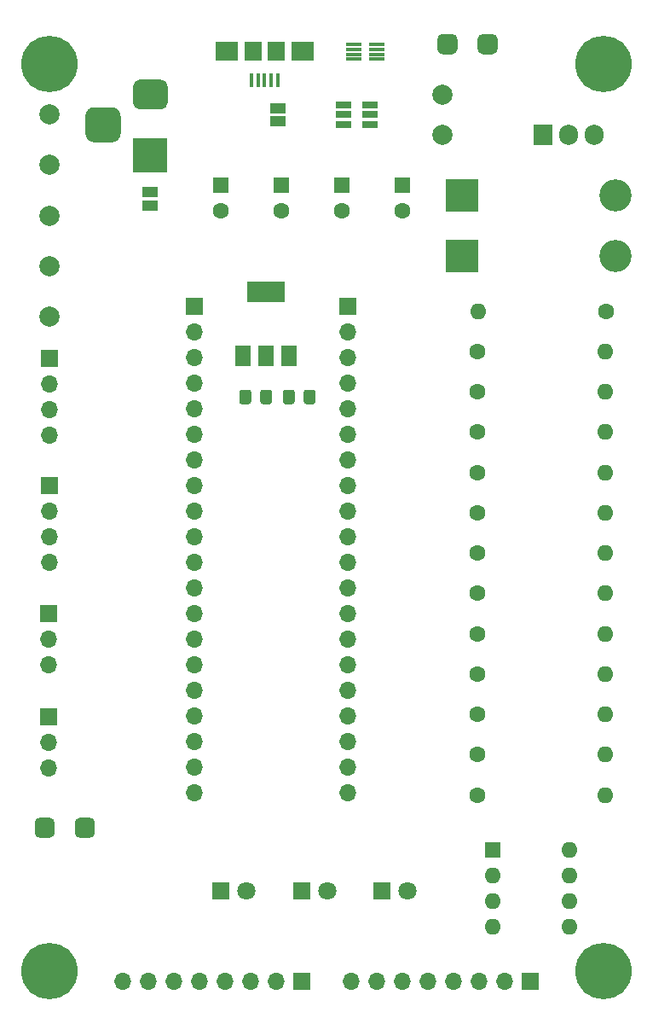
<source format=gbr>
%TF.GenerationSoftware,KiCad,Pcbnew,5.1.10-88a1d61d58~90~ubuntu20.04.1*%
%TF.CreationDate,2021-09-30T19:26:00-03:00*%
%TF.ProjectId,project,70726f6a-6563-4742-9e6b-696361645f70,v1.5*%
%TF.SameCoordinates,Original*%
%TF.FileFunction,Soldermask,Top*%
%TF.FilePolarity,Negative*%
%FSLAX46Y46*%
G04 Gerber Fmt 4.6, Leading zero omitted, Abs format (unit mm)*
G04 Created by KiCad (PCBNEW 5.1.10-88a1d61d58~90~ubuntu20.04.1) date 2021-09-30 19:26:00*
%MOMM*%
%LPD*%
G01*
G04 APERTURE LIST*
%ADD10R,1.500000X2.000000*%
%ADD11R,3.800000X2.000000*%
%ADD12C,2.000000*%
%ADD13O,1.700000X1.700000*%
%ADD14R,1.700000X1.700000*%
%ADD15O,1.600000X1.600000*%
%ADD16R,1.600000X1.600000*%
%ADD17O,3.200000X3.200000*%
%ADD18R,3.200000X3.200000*%
%ADD19R,0.400000X1.400000*%
%ADD20R,2.300000X1.900000*%
%ADD21R,1.800000X1.900000*%
%ADD22C,1.600000*%
%ADD23O,1.905000X2.000000*%
%ADD24R,1.905000X2.000000*%
%ADD25C,1.800000*%
%ADD26R,1.800000X1.800000*%
%ADD27R,3.500000X3.500000*%
%ADD28R,1.500000X0.300000*%
%ADD29R,1.560000X0.650000*%
%ADD30R,1.500000X1.000000*%
%ADD31C,5.600000*%
%ADD32C,3.600000*%
G04 APERTURE END LIST*
%TO.C,C2*%
G36*
G01*
X125237500Y-88475000D02*
X125237500Y-87525000D01*
G75*
G02*
X125487500Y-87275000I250000J0D01*
G01*
X126162500Y-87275000D01*
G75*
G02*
X126412500Y-87525000I0J-250000D01*
G01*
X126412500Y-88475000D01*
G75*
G02*
X126162500Y-88725000I-250000J0D01*
G01*
X125487500Y-88725000D01*
G75*
G02*
X125237500Y-88475000I0J250000D01*
G01*
G37*
G36*
G01*
X123162500Y-88475000D02*
X123162500Y-87525000D01*
G75*
G02*
X123412500Y-87275000I250000J0D01*
G01*
X124087500Y-87275000D01*
G75*
G02*
X124337500Y-87525000I0J-250000D01*
G01*
X124337500Y-88475000D01*
G75*
G02*
X124087500Y-88725000I-250000J0D01*
G01*
X123412500Y-88725000D01*
G75*
G02*
X123162500Y-88475000I0J250000D01*
G01*
G37*
%TD*%
D10*
%TO.C,U3*%
X119200000Y-83900000D03*
X123800000Y-83900000D03*
X121500000Y-83900000D03*
D11*
X121500000Y-77600000D03*
%TD*%
%TO.C,C3*%
G36*
G01*
X120012500Y-87525000D02*
X120012500Y-88475000D01*
G75*
G02*
X119762500Y-88725000I-250000J0D01*
G01*
X119087500Y-88725000D01*
G75*
G02*
X118837500Y-88475000I0J250000D01*
G01*
X118837500Y-87525000D01*
G75*
G02*
X119087500Y-87275000I250000J0D01*
G01*
X119762500Y-87275000D01*
G75*
G02*
X120012500Y-87525000I0J-250000D01*
G01*
G37*
G36*
G01*
X122087500Y-87525000D02*
X122087500Y-88475000D01*
G75*
G02*
X121837500Y-88725000I-250000J0D01*
G01*
X121162500Y-88725000D01*
G75*
G02*
X120912500Y-88475000I0J250000D01*
G01*
X120912500Y-87525000D01*
G75*
G02*
X121162500Y-87275000I250000J0D01*
G01*
X121837500Y-87275000D01*
G75*
G02*
X122087500Y-87525000I0J-250000D01*
G01*
G37*
%TD*%
%TO.C,BZ1*%
G36*
G01*
X100500000Y-130250000D02*
X100500000Y-131250000D01*
G75*
G02*
X100000000Y-131750000I-500000J0D01*
G01*
X99000000Y-131750000D01*
G75*
G02*
X98500000Y-131250000I0J500000D01*
G01*
X98500000Y-130250000D01*
G75*
G02*
X99000000Y-129750000I500000J0D01*
G01*
X100000000Y-129750000D01*
G75*
G02*
X100500000Y-130250000I0J-500000D01*
G01*
G37*
G36*
G01*
X104500000Y-130250000D02*
X104500000Y-131250000D01*
G75*
G02*
X104000000Y-131750000I-500000J0D01*
G01*
X103000000Y-131750000D01*
G75*
G02*
X102500000Y-131250000I0J500000D01*
G01*
X102500000Y-130250000D01*
G75*
G02*
X103000000Y-129750000I500000J0D01*
G01*
X104000000Y-129750000D01*
G75*
G02*
X104500000Y-130250000I0J-500000D01*
G01*
G37*
%TD*%
%TO.C,BT1*%
G36*
G01*
X142500000Y-53500000D02*
X142500000Y-52500000D01*
G75*
G02*
X143000000Y-52000000I500000J0D01*
G01*
X144000000Y-52000000D01*
G75*
G02*
X144500000Y-52500000I0J-500000D01*
G01*
X144500000Y-53500000D01*
G75*
G02*
X144000000Y-54000000I-500000J0D01*
G01*
X143000000Y-54000000D01*
G75*
G02*
X142500000Y-53500000I0J500000D01*
G01*
G37*
G36*
G01*
X138500000Y-53500000D02*
X138500000Y-52500000D01*
G75*
G02*
X139000000Y-52000000I500000J0D01*
G01*
X140000000Y-52000000D01*
G75*
G02*
X140500000Y-52500000I0J-500000D01*
G01*
X140500000Y-53500000D01*
G75*
G02*
X140000000Y-54000000I-500000J0D01*
G01*
X139000000Y-54000000D01*
G75*
G02*
X138500000Y-53500000I0J500000D01*
G01*
G37*
%TD*%
D12*
%TO.C,TP1*%
X100000000Y-75000000D03*
%TD*%
D13*
%TO.C,U5*%
X129620000Y-119640000D03*
X129620000Y-122180000D03*
X129620000Y-124720000D03*
X129620000Y-127260000D03*
X129620000Y-94240000D03*
X129620000Y-84080000D03*
D14*
X129620000Y-79000000D03*
D13*
X129620000Y-86620000D03*
X129620000Y-99320000D03*
X129620000Y-109480000D03*
X129620000Y-112020000D03*
X129620000Y-114560000D03*
X129620000Y-117100000D03*
X129620000Y-91700000D03*
X129620000Y-96780000D03*
X129620000Y-101860000D03*
X129620000Y-89160000D03*
X129620000Y-104400000D03*
X129620000Y-106940000D03*
X129620000Y-81540000D03*
X114380000Y-119640000D03*
X114380000Y-122180000D03*
X114380000Y-124720000D03*
X114380000Y-127260000D03*
X114380000Y-94240000D03*
X114380000Y-84080000D03*
D14*
X114380000Y-79000000D03*
D13*
X114380000Y-86620000D03*
X114380000Y-99320000D03*
X114380000Y-109480000D03*
X114380000Y-112020000D03*
X114380000Y-114560000D03*
X114380000Y-117100000D03*
X114380000Y-91700000D03*
X114380000Y-96780000D03*
X114380000Y-101860000D03*
X114380000Y-89160000D03*
X114380000Y-104400000D03*
X114380000Y-106940000D03*
X114380000Y-81540000D03*
%TD*%
D15*
%TO.C,U1*%
X151620000Y-132920000D03*
X144000000Y-140540000D03*
X151620000Y-135460000D03*
X144000000Y-138000000D03*
X151620000Y-138000000D03*
X144000000Y-135460000D03*
X151620000Y-140540000D03*
D16*
X144000000Y-132920000D03*
%TD*%
D17*
%TO.C,D4*%
X156240000Y-68000000D03*
D18*
X141000000Y-68000000D03*
%TD*%
D17*
%TO.C,D3*%
X156240000Y-74000000D03*
D18*
X141000000Y-74000000D03*
%TD*%
D19*
%TO.C,J8*%
X122650000Y-56550000D03*
X122000000Y-56550000D03*
X121350000Y-56550000D03*
X120700000Y-56550000D03*
X120050000Y-56550000D03*
D20*
X125100000Y-53700000D03*
X117600000Y-53700000D03*
D21*
X122500000Y-53700000D03*
X120200000Y-53700000D03*
%TD*%
D15*
%TO.C,R5*%
X155200000Y-127500000D03*
D22*
X142500000Y-127500000D03*
%TD*%
D15*
%TO.C,R2*%
X155200000Y-123500000D03*
D22*
X142500000Y-123500000D03*
%TD*%
D15*
%TO.C,R12*%
X155200000Y-87500000D03*
D22*
X142500000Y-87500000D03*
%TD*%
D15*
%TO.C,R11*%
X155200000Y-91500000D03*
D22*
X142500000Y-91500000D03*
%TD*%
D15*
%TO.C,R8*%
X155200000Y-103500000D03*
D22*
X142500000Y-103500000D03*
%TD*%
D15*
%TO.C,R7*%
X155200000Y-119500000D03*
D22*
X142500000Y-119500000D03*
%TD*%
D15*
%TO.C,R13*%
X155200000Y-83500000D03*
D22*
X142500000Y-83500000D03*
%TD*%
D15*
%TO.C,R4*%
X155200000Y-107500000D03*
D22*
X142500000Y-107500000D03*
%TD*%
D15*
%TO.C,R3*%
X155200000Y-111500000D03*
D22*
X142500000Y-111500000D03*
%TD*%
D15*
%TO.C,R10*%
X155200000Y-95500000D03*
D22*
X142500000Y-95500000D03*
%TD*%
D15*
%TO.C,R9*%
X142550000Y-79500000D03*
D22*
X155250000Y-79500000D03*
%TD*%
D15*
%TO.C,R6*%
X155200000Y-115500000D03*
D22*
X142500000Y-115500000D03*
%TD*%
D15*
%TO.C,R1*%
X155200000Y-99500000D03*
D22*
X142500000Y-99500000D03*
%TD*%
%TO.C,C6*%
X135000000Y-69500000D03*
D16*
X135000000Y-67000000D03*
%TD*%
D22*
%TO.C,C5*%
X129000000Y-69500000D03*
D16*
X129000000Y-67000000D03*
%TD*%
D22*
%TO.C,C4*%
X123000000Y-69500000D03*
D16*
X123000000Y-67000000D03*
%TD*%
D22*
%TO.C,C1*%
X117000000Y-69500000D03*
D16*
X117000000Y-67000000D03*
%TD*%
D13*
%TO.C,J3*%
X99859000Y-124834000D03*
X99859000Y-122294000D03*
D14*
X99859000Y-119754000D03*
%TD*%
D13*
%TO.C,J2*%
X99876000Y-114534000D03*
X99876000Y-111994000D03*
D14*
X99876000Y-109454000D03*
%TD*%
D13*
%TO.C,J6*%
X99949000Y-104394000D03*
X99949000Y-101854000D03*
X99949000Y-99314000D03*
D14*
X99949000Y-96774000D03*
%TD*%
D13*
%TO.C,J5*%
X100000000Y-91821000D03*
X100000000Y-89281000D03*
X100000000Y-86741000D03*
D14*
X100000000Y-84201000D03*
%TD*%
D23*
%TO.C,Q1*%
X154080000Y-62000000D03*
X151540000Y-62000000D03*
D24*
X149000000Y-62000000D03*
%TD*%
D12*
%TO.C,TP5*%
X100000000Y-80000000D03*
%TD*%
%TO.C,TP4*%
X100000000Y-70000000D03*
%TD*%
%TO.C,TP3*%
X100000000Y-65000000D03*
%TD*%
%TO.C,TP2*%
X100000000Y-60000000D03*
%TD*%
D25*
%TO.C,D5*%
X119540000Y-137000000D03*
D26*
X117000000Y-137000000D03*
%TD*%
%TO.C,J7*%
G36*
G01*
X104425000Y-59250000D02*
X106175000Y-59250000D01*
G75*
G02*
X107050000Y-60125000I0J-875000D01*
G01*
X107050000Y-61875000D01*
G75*
G02*
X106175000Y-62750000I-875000J0D01*
G01*
X104425000Y-62750000D01*
G75*
G02*
X103550000Y-61875000I0J875000D01*
G01*
X103550000Y-60125000D01*
G75*
G02*
X104425000Y-59250000I875000J0D01*
G01*
G37*
G36*
G01*
X109000000Y-56500000D02*
X111000000Y-56500000D01*
G75*
G02*
X111750000Y-57250000I0J-750000D01*
G01*
X111750000Y-58750000D01*
G75*
G02*
X111000000Y-59500000I-750000J0D01*
G01*
X109000000Y-59500000D01*
G75*
G02*
X108250000Y-58750000I0J750000D01*
G01*
X108250000Y-57250000D01*
G75*
G02*
X109000000Y-56500000I750000J0D01*
G01*
G37*
D27*
X110000000Y-64000000D03*
%TD*%
D13*
%TO.C,J4*%
X129960000Y-146000000D03*
X132500000Y-146000000D03*
X135040000Y-146000000D03*
X137580000Y-146000000D03*
X140120000Y-146000000D03*
X142660000Y-146000000D03*
X145200000Y-146000000D03*
D14*
X147740000Y-146000000D03*
%TD*%
D13*
%TO.C,J1*%
X107220000Y-146000000D03*
X109760000Y-146000000D03*
X112300000Y-146000000D03*
X114840000Y-146000000D03*
X117380000Y-146000000D03*
X119920000Y-146000000D03*
X122460000Y-146000000D03*
D14*
X125000000Y-146000000D03*
%TD*%
D25*
%TO.C,D2*%
X135540000Y-137000000D03*
D26*
X133000000Y-137000000D03*
%TD*%
D25*
%TO.C,D1*%
X127540000Y-137000000D03*
D26*
X125000000Y-137000000D03*
%TD*%
D28*
%TO.C,U2*%
X132500000Y-53000000D03*
X132500000Y-53500000D03*
X132500000Y-54000000D03*
X132500000Y-54500000D03*
X130200000Y-54500000D03*
X130200000Y-54000000D03*
X130200000Y-53500000D03*
X130200000Y-53000000D03*
%TD*%
D29*
%TO.C,U4*%
X131850000Y-60000000D03*
X131850000Y-59050000D03*
X131850000Y-60950000D03*
X129150000Y-60950000D03*
X129150000Y-60000000D03*
X129150000Y-59050000D03*
%TD*%
D12*
%TO.C,L1*%
X139000000Y-58000000D03*
X139000000Y-62000000D03*
%TD*%
D30*
%TO.C,JP2*%
X122650000Y-59350000D03*
X122650000Y-60650000D03*
%TD*%
%TO.C,JP1*%
X110000000Y-67700000D03*
X110000000Y-69000000D03*
%TD*%
D31*
%TO.C,H4*%
X100000000Y-145000000D03*
D32*
X100000000Y-145000000D03*
%TD*%
D31*
%TO.C,H3*%
X155000000Y-145000000D03*
D32*
X155000000Y-145000000D03*
%TD*%
D31*
%TO.C,H2*%
X100000000Y-55000000D03*
D32*
X100000000Y-55000000D03*
%TD*%
D31*
%TO.C,H1*%
X155000000Y-55000000D03*
D32*
X155000000Y-55000000D03*
%TD*%
M02*

</source>
